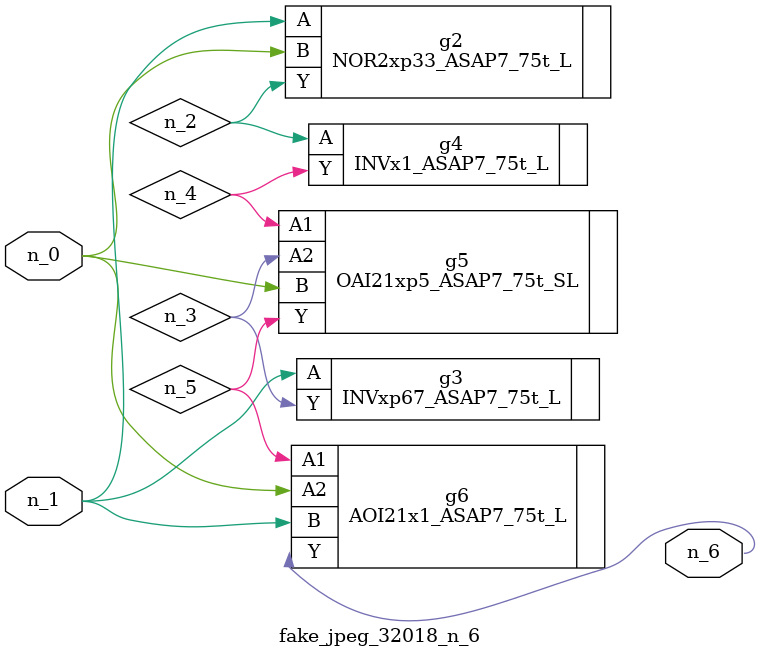
<source format=v>
module fake_jpeg_32018_n_6 (n_0, n_1, n_6);

input n_0;
input n_1;

output n_6;

wire n_3;
wire n_2;
wire n_4;
wire n_5;

NOR2xp33_ASAP7_75t_L g2 ( 
.A(n_1),
.B(n_0),
.Y(n_2)
);

INVxp67_ASAP7_75t_L g3 ( 
.A(n_1),
.Y(n_3)
);

INVx1_ASAP7_75t_L g4 ( 
.A(n_2),
.Y(n_4)
);

OAI21xp5_ASAP7_75t_SL g5 ( 
.A1(n_4),
.A2(n_3),
.B(n_0),
.Y(n_5)
);

AOI21x1_ASAP7_75t_L g6 ( 
.A1(n_5),
.A2(n_0),
.B(n_1),
.Y(n_6)
);


endmodule
</source>
